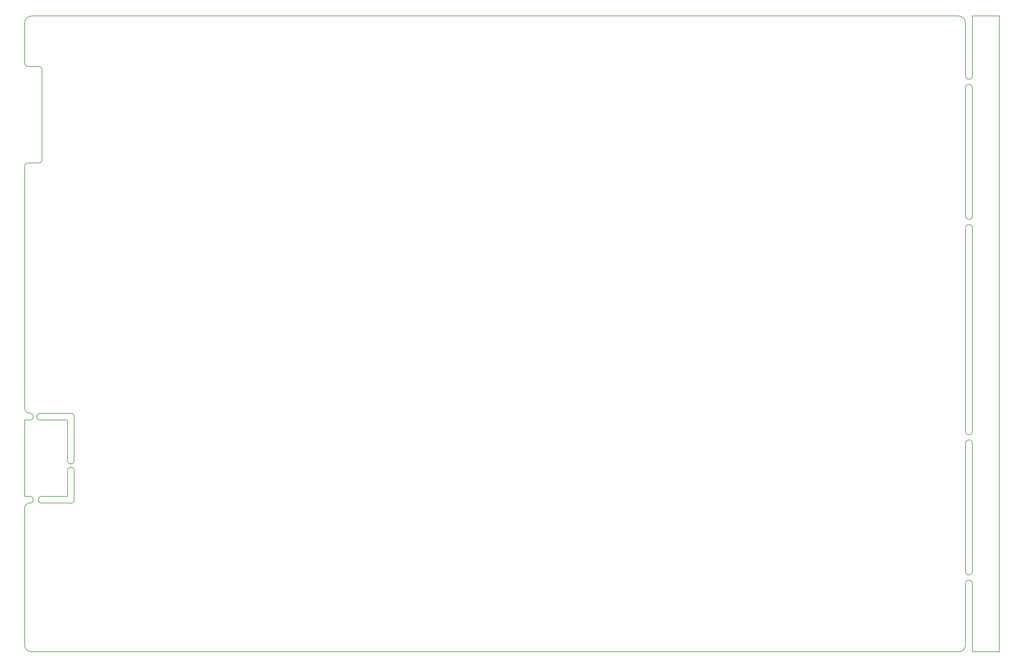
<source format=gm1>
G04 #@! TF.GenerationSoftware,KiCad,Pcbnew,no-vcs-found-23590d8~58~ubuntu14.04.1*
G04 #@! TF.CreationDate,2017-04-11T13:57:34+09:00*
G04 #@! TF.ProjectId,dotmatrix_64x48,646F746D61747269785F36347834382E,rev?*
G04 #@! TF.FileFunction,Profile,NP*
%FSLAX46Y46*%
G04 Gerber Fmt 4.6, Leading zero omitted, Abs format (unit mm)*
G04 Created by KiCad (PCBNEW no-vcs-found-23590d8~58~ubuntu14.04.1) date Tue Apr 11 13:57:34 2017*
%MOMM*%
%LPD*%
G01*
G04 APERTURE LIST*
%ADD10C,0.100000*%
%ADD11C,0.150000*%
G04 APERTURE END LIST*
D10*
D11*
X289000000Y-86500000D02*
X289000000Y-86500000D01*
X289000000Y-74000000D02*
G75*
G03X287000000Y-74000000I-1000000J0D01*
G01*
X289000000Y-83000000D02*
X289000000Y-74000000D01*
X287000000Y-86500000D02*
X287000000Y-86500000D01*
X287000000Y-83000000D02*
X287000000Y-96000000D01*
X289000000Y-83000000D02*
X289000000Y-96000000D01*
X287000000Y-83000000D02*
X287000000Y-74000000D01*
X289000000Y-53500000D02*
X289000000Y-53500000D01*
X289000000Y-33000000D02*
G75*
G03X287000000Y-33000000I-1000000J0D01*
G01*
X289000000Y-50000000D02*
X289000000Y-33000000D01*
X287000000Y-70500000D02*
G75*
G03X289000000Y-70500000I1000000J0D01*
G01*
X287000000Y-53500000D02*
X287000000Y-53500000D01*
X289000000Y-70500000D02*
X289000000Y-53500000D01*
X287000000Y-50000000D02*
X287000000Y-53500000D01*
X289000000Y-50000000D02*
X289000000Y-53500000D01*
X287000000Y-70500000D02*
X287000000Y-53500000D01*
X287000000Y-50000000D02*
X287000000Y-33000000D01*
X289000000Y-133500000D02*
X289000000Y-116500000D01*
X287000000Y-133500000D02*
G75*
G03X289000000Y-133500000I1000000J0D01*
G01*
X287000000Y-113000000D02*
X287000000Y-116500000D01*
X287000000Y-133500000D02*
X287000000Y-116500000D01*
X287000000Y-113000000D02*
X287000000Y-96000000D01*
X289000000Y-113000000D02*
X289000000Y-96000000D01*
X289000000Y-113000000D02*
X289000000Y-116500000D01*
X289000000Y-116500000D02*
X289000000Y-116500000D01*
X287000000Y-116500000D02*
X287000000Y-116500000D01*
X289000000Y-157500000D02*
X289000000Y-157500000D01*
X289000000Y-154000000D02*
X289000000Y-157500000D01*
X287000000Y-157500000D02*
X287000000Y-157500000D01*
X287000000Y-154000000D02*
X287000000Y-157500000D01*
X289000000Y-154000000D02*
X289000000Y-137000000D01*
X287000000Y-154000000D02*
X287000000Y-137000000D01*
X289000000Y-137000000D02*
G75*
G03X287000000Y-137000000I-1000000J0D01*
G01*
X287000000Y-174500000D02*
G75*
G03X289000000Y-174500000I1000000J0D01*
G01*
X289000000Y-174500000D02*
X289000000Y-157500000D01*
X287000000Y-174500000D02*
X287000000Y-157500000D01*
X289000000Y-178000000D02*
G75*
G03X287000000Y-178000000I-1000000J0D01*
G01*
X287000000Y-29500000D02*
G75*
G03X289000000Y-29500000I1000000J0D01*
G01*
X25500000Y-154500000D02*
G75*
G03X26500000Y-153500000I0J1000000D01*
G01*
X16500000Y-128200000D02*
G75*
G03X16500000Y-130200000I0J-1000000D01*
G01*
X13500000Y-130200000D02*
G75*
G03X13500000Y-128200000I0J1000000D01*
G01*
X26500000Y-129200000D02*
G75*
G03X25500000Y-128200000I-1000000J0D01*
G01*
X24500000Y-142000000D02*
G75*
G03X26500000Y-142000000I1000000J0D01*
G01*
X26500000Y-145000000D02*
G75*
G03X24500000Y-145000000I-1000000J0D01*
G01*
X17000000Y-152500000D02*
G75*
G03X17000000Y-154500000I0J-1000000D01*
G01*
X13500000Y-154500000D02*
G75*
G03X13500000Y-152500000I0J1000000D01*
G01*
X26500000Y-145000000D02*
X26500000Y-153500000D01*
X25500000Y-128200000D02*
X16500000Y-128200000D01*
X24500000Y-152500000D02*
X17000000Y-152500000D01*
X13500000Y-154500000D02*
G75*
G03X12000000Y-156000000I0J-1500000D01*
G01*
X12000000Y-126700000D02*
G75*
G03X13500000Y-128200000I1500000J0D01*
G01*
X289000000Y-12000000D02*
X289000000Y-29500000D01*
X296900000Y-12000000D02*
X289000000Y-12000000D01*
X24500000Y-130200000D02*
X24500000Y-142000000D01*
X26500000Y-142000000D02*
X26500000Y-129200000D01*
X13500000Y-152500000D02*
X12000000Y-152500000D01*
X24500000Y-130200000D02*
X16500000Y-130200000D01*
X12000000Y-156000000D02*
X12000000Y-196000000D01*
X12000000Y-130200000D02*
X12000000Y-152500000D01*
X13500000Y-130200000D02*
X12000000Y-130200000D01*
X24500000Y-145000000D02*
X24500000Y-152500000D01*
X17000000Y-154500000D02*
X25500000Y-154500000D01*
X296900000Y-59000000D02*
X296900000Y-12000000D01*
X12000000Y-25800000D02*
G75*
G03X13000000Y-26800000I1000000J0D01*
G01*
X16100000Y-26800000D02*
X13000000Y-26800000D01*
X17100000Y-27800000D02*
G75*
G03X16100000Y-26800000I-1000000J0D01*
G01*
X12000000Y-14000000D02*
X12000000Y-25800000D01*
X17100000Y-54000000D02*
X17100000Y-27800000D01*
X13000000Y-55000000D02*
X16100000Y-55000000D01*
X16100000Y-55000000D02*
G75*
G03X17100000Y-54000000I0J1000000D01*
G01*
X13000000Y-55000000D02*
G75*
G03X12000000Y-56000000I0J-1000000D01*
G01*
X14000000Y-12000000D02*
G75*
G03X12000000Y-14000000I0J-2000000D01*
G01*
X12000000Y-196000000D02*
G75*
G03X14000000Y-198000000I2000000J0D01*
G01*
X285000000Y-198000000D02*
G75*
G03X287000000Y-196000000I0J2000000D01*
G01*
X287000000Y-14000000D02*
G75*
G03X285000000Y-12000000I-2000000J0D01*
G01*
X296900000Y-198000000D02*
X296900000Y-59000000D01*
X287000000Y-178000000D02*
X287000000Y-196000000D01*
X287000000Y-14000000D02*
X287000000Y-29500000D01*
X289000000Y-198000000D02*
X289000000Y-178000000D01*
X296900000Y-198000000D02*
X289000000Y-198000000D01*
X12000000Y-126700000D02*
X12000000Y-56000000D01*
X285000000Y-198000000D02*
X14000000Y-198000000D01*
X14000000Y-12000000D02*
X285000000Y-12000000D01*
M02*

</source>
